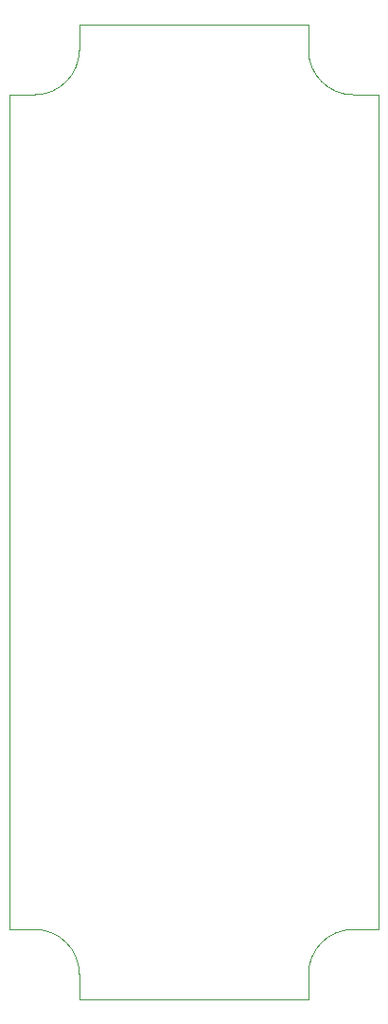
<source format=gbr>
%TF.GenerationSoftware,KiCad,Pcbnew,(5.1.10)-1*%
%TF.CreationDate,2021-10-05T10:10:45+02:00*%
%TF.ProjectId,Fuzz proto,46757a7a-2070-4726-9f74-6f2e6b696361,rev?*%
%TF.SameCoordinates,Original*%
%TF.FileFunction,Profile,NP*%
%FSLAX46Y46*%
G04 Gerber Fmt 4.6, Leading zero omitted, Abs format (unit mm)*
G04 Created by KiCad (PCBNEW (5.1.10)-1) date 2021-10-05 10:10:45*
%MOMM*%
%LPD*%
G01*
G04 APERTURE LIST*
%TA.AperFunction,Profile*%
%ADD10C,0.050000*%
%TD*%
G04 APERTURE END LIST*
D10*
%TO.C,REF\u002A\u002A*%
X118000000Y-113200000D02*
X138500000Y-113200000D01*
X111750000Y-106950000D02*
X111750000Y-32350000D01*
X118000000Y-26100000D02*
X138500000Y-26100000D01*
X144750000Y-106950000D02*
X144750000Y-32350000D01*
X114000000Y-106950000D02*
X111750000Y-106950000D01*
X118000000Y-110950000D02*
X118000000Y-113200000D01*
X138500000Y-110950000D02*
X138500000Y-113200000D01*
X142500000Y-106950000D02*
X144750000Y-106950000D01*
X114000000Y-32350000D02*
X111750000Y-32350000D01*
X118000000Y-28350000D02*
X118000000Y-26100000D01*
X142500000Y-32350000D02*
X144750000Y-32350000D01*
X138500000Y-28350000D02*
X138500000Y-26100000D01*
X138500000Y-28350000D02*
G75*
G03*
X142500000Y-32350000I4000000J0D01*
G01*
X114000000Y-32350000D02*
G75*
G03*
X118000000Y-28350000I0J4000000D01*
G01*
X142500000Y-106950000D02*
G75*
G03*
X138500000Y-110950000I0J-4000000D01*
G01*
X118000000Y-110950000D02*
G75*
G03*
X114000000Y-106950000I-4000000J0D01*
G01*
%TD*%
M02*

</source>
